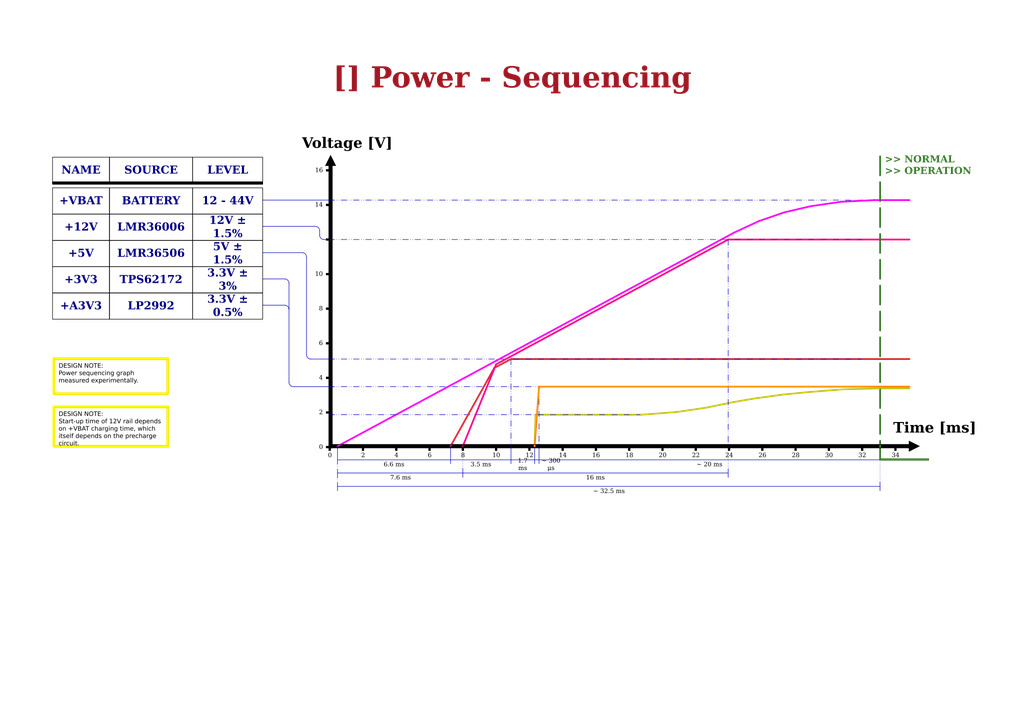
<source format=kicad_sch>
(kicad_sch
	(version 20231120)
	(generator "eeschema")
	(generator_version "8.0")
	(uuid "26e99a33-043b-499d-a26e-816ff79b487a")
	(paper "A4")
	(title_block
		(title "Power - Sequencing")
		(date "2024-03-12")
		(rev "${REVISION}")
		(company "${COMPANY}")
	)
	(lib_symbols)
	(polyline
		(pts
			(xy 155.067 129.413) (xy 156.337 112.141)
		)
		(stroke
			(width 0.5)
			(type default)
			(color 252 134 0 1)
		)
		(uuid "04060073-e3f7-4746-a0ff-3e5a4d411deb")
	)
	(polyline
		(pts
			(xy 134.239 130.048) (xy 134.239 135.9154)
		)
		(stroke
			(width 0)
			(type dot)
		)
		(uuid "046cc92e-5593-4a98-a7fa-f4bb7914ed0d")
	)
	(polyline
		(pts
			(xy 97.9424 133.3754) (xy 130.683 133.3754)
		)
		(stroke
			(width 0)
			(type default)
		)
		(uuid "04dcb800-6295-4fe9-a90b-0487be7268f9")
	)
	(polyline
		(pts
			(xy 97.8916 134.5946) (xy 97.8916 135.8646)
		)
		(stroke
			(width 0)
			(type dot)
		)
		(uuid "064a21e4-52a8-4681-8aa8-5954e753f93b")
	)
	(polyline
		(pts
			(xy 156.337 112.141) (xy 263.779 112.141)
		)
		(stroke
			(width 0.5)
			(type default)
			(color 252 134 0 1)
		)
		(uuid "0cbd4671-7c23-4c0d-a5d5-a92bdb9a4d49")
	)
	(polyline
		(pts
			(xy 95.377 120.269) (xy 185.674 120.269)
		)
		(stroke
			(width 0)
			(type dash_dot_dot)
		)
		(uuid "15d7f7a6-f4cb-4960-8d35-e1c8fc617471")
	)
	(polyline
		(pts
			(xy 148.209 129.413) (xy 148.209 134.493)
		)
		(stroke
			(width 0)
			(type default)
		)
		(uuid "16b1635d-d94b-404c-9ba2-39136e8869cb")
	)
	(polyline
		(pts
			(xy 92.71 66.929) (xy 92.71 68.199)
		)
		(stroke
			(width 0)
			(type default)
		)
		(uuid "18958601-6dec-4ba5-a1a5-a7514534cbda")
	)
	(polyline
		(pts
			(xy 148.209 104.14) (xy 263.779 104.14)
		)
		(stroke
			(width 0.5)
			(type default)
			(color 218 36 44 1)
		)
		(uuid "1bc3e0b2-f1bd-4c65-9de9-401f09dad51c")
	)
	(polyline
		(pts
			(xy 220.091 64.135) (xy 227.457 61.595)
		)
		(stroke
			(width 0.5)
			(type default)
			(color 255 0 255 1)
		)
		(uuid "1cd97e7c-801d-419a-a510-43b5a762b207")
	)
	(polyline
		(pts
			(xy 82.55 88.519) (xy 76.2 88.519)
		)
		(stroke
			(width 0)
			(type default)
		)
		(uuid "1ed88917-e6ee-4df6-9216-8c2e0da78129")
	)
	(polyline
		(pts
			(xy 95.377 112.141) (xy 249.809 112.141)
		)
		(stroke
			(width 0)
			(type dash_dot_dot)
		)
		(uuid "1ff6572d-143c-4238-8f25-067e720bbbbf")
	)
	(polyline
		(pts
			(xy 93.98 69.469) (xy 95.377 69.469)
		)
		(stroke
			(width 0)
			(type default)
		)
		(uuid "29e09398-a3a9-4f57-bfdd-38d07564c58a")
	)
	(polyline
		(pts
			(xy 95.885 112.141) (xy 85.09 112.141)
		)
		(stroke
			(width 0)
			(type default)
		)
		(uuid "32a96fb3-77e5-46f5-a25a-4e98102aa427")
	)
	(polyline
		(pts
			(xy 255.143 112.649) (xy 263.779 112.649)
		)
		(stroke
			(width 0.5)
			(type default)
			(color 197 195 20 1)
		)
		(uuid "3a3d00c3-56ec-4d8a-a7d9-0397fa3a3e45")
	)
	(polyline
		(pts
			(xy 143.891 105.664) (xy 211.201 69.469)
		)
		(stroke
			(width 0.5)
			(type solid)
			(color 255 0 133 1)
		)
		(uuid "3d857eb2-5f91-48c0-9112-8afff14dfc65")
	)
	(polyline
		(pts
			(xy 204.851 118.237) (xy 212.217 116.713)
		)
		(stroke
			(width 0.5)
			(type default)
			(color 197 195 20 1)
		)
		(uuid "402e934a-8d83-49e6-8a3f-99b8ca899696")
	)
	(polyline
		(pts
			(xy 196.215 119.507) (xy 204.851 118.237)
		)
		(stroke
			(width 0.5)
			(type default)
			(color 197 195 20 1)
		)
		(uuid "4280c61a-45c8-4a7b-8270-a5d60633d130")
	)
	(polyline
		(pts
			(xy 95.377 58.039) (xy 76.2 58.039)
		)
		(stroke
			(width 0)
			(type default)
		)
		(uuid "4388f8f9-e0d2-46b2-97ec-882929091d71")
	)
	(polyline
		(pts
			(xy 211.201 69.469) (xy 263.779 69.469)
		)
		(stroke
			(width 0.5)
			(type solid)
			(color 255 0 133 1)
		)
		(uuid "44eaf96d-5e45-4a70-a3bf-1dd8afa456ac")
	)
	(polyline
		(pts
			(xy 134.239 129.413) (xy 143.891 105.664)
		)
		(stroke
			(width 0.5)
			(type solid)
			(color 255 0 133 1)
		)
		(uuid "4eef8a3c-2175-45b3-ab23-de0f873ffbfe")
	)
	(polyline
		(pts
			(xy 97.917 137.1854) (xy 134.239 137.1854)
		)
		(stroke
			(width 0)
			(type default)
		)
		(uuid "4f57c6b4-b978-45ec-9844-c8ad9e61aa5d")
	)
	(polyline
		(pts
			(xy 97.8916 135.9916) (xy 97.8916 138.5316)
		)
		(stroke
			(width 0)
			(type default)
		)
		(uuid "55a4f36a-a576-4c2f-b3c7-44cf763ad263")
	)
	(polyline
		(pts
			(xy 130.683 129.413) (xy 130.683 134.493)
		)
		(stroke
			(width 0)
			(type default)
		)
		(uuid "59f6b2a0-7e51-4de0-b4fd-7157bff9feb1")
	)
	(polyline
		(pts
			(xy 156.337 112.141) (xy 156.337 129.54)
		)
		(stroke
			(width 0)
			(type dash_dot_dot)
		)
		(uuid "64127ee9-5aac-46d5-8312-47d575f0bc14")
	)
	(polyline
		(pts
			(xy 134.239 137.1854) (xy 211.201 137.1854)
		)
		(stroke
			(width 0)
			(type default)
		)
		(uuid "64e18181-ba56-425e-a951-a39d036b182e")
	)
	(polyline
		(pts
			(xy 88.9 74.549) (xy 88.9 102.87)
		)
		(stroke
			(width 0)
			(type default)
		)
		(uuid "6950ddd5-2163-4e4d-a69b-1648827f1d4e")
	)
	(polyline
		(pts
			(xy 227.203 114.427) (xy 235.077 113.665)
		)
		(stroke
			(width 0.5)
			(type default)
			(color 197 195 20 1)
		)
		(uuid "6f701289-21a0-4afa-8a26-75437883b9cb")
	)
	(polyline
		(pts
			(xy 95.25 104.14) (xy 90.17 104.14)
		)
		(stroke
			(width 0)
			(type default)
		)
		(uuid "732b4e53-2cc0-4ac9-9dac-c9cc59cee60a")
	)
	(polyline
		(pts
			(xy 97.917 129.413) (xy 212.979 67.437)
		)
		(stroke
			(width 0.5)
			(type default)
			(color 255 0 255 1)
		)
		(uuid "75c0d4eb-680e-4236-8404-80039f2fb5c4")
	)
	(polyline
		(pts
			(xy 148.209 133.3754) (xy 156.337 133.3754)
		)
		(stroke
			(width 0)
			(type default)
		)
		(uuid "7a09a949-b4b2-4f5c-8ed7-541bb7ec8242")
	)
	(polyline
		(pts
			(xy 253.619 58.039) (xy 263.779 58.039)
		)
		(stroke
			(width 0.5)
			(type default)
			(color 255 0 255 1)
		)
		(uuid "7c9da14b-e301-4a66-ab5f-3de8a268a500")
	)
	(polyline
		(pts
			(xy 243.713 58.547) (xy 253.619 58.039)
		)
		(stroke
			(width 0.5)
			(type default)
			(color 255 0 255 1)
		)
		(uuid "7e4a6444-ec8a-42d3-b128-92a227d1bbb1")
	)
	(polyline
		(pts
			(xy 255.2446 139.8016) (xy 255.2446 142.3416)
		)
		(stroke
			(width 0)
			(type default)
		)
		(uuid "824156ed-8aad-4a35-b28e-d323269989cb")
	)
	(polyline
		(pts
			(xy 148.209 104.14) (xy 148.209 129.413)
		)
		(stroke
			(width 0)
			(type dash_dot_dot)
		)
		(uuid "83b6a3d6-ec25-4a6c-9af7-165178736be2")
	)
	(polyline
		(pts
			(xy 155.067 129.413) (xy 155.321 120.269)
		)
		(stroke
			(width 0.5)
			(type default)
			(color 197 195 20 1)
		)
		(uuid "8c9b1f94-ee83-40e1-ac4c-d0d3d4c40fd4")
	)
	(polyline
		(pts
			(xy 130.7338 133.3754) (xy 148.2598 133.3754)
		)
		(stroke
			(width 0)
			(type default)
		)
		(uuid "8e1b23d4-66f6-4ba2-87da-0e97cd9d658e")
	)
	(polyline
		(pts
			(xy 218.821 115.57) (xy 227.203 114.427)
		)
		(stroke
			(width 0.5)
			(type default)
			(color 197 195 20 1)
		)
		(uuid "9118ad58-9912-450d-b082-4e11db19b414")
	)
	(polyline
		(pts
			(xy 97.8916 129.3876) (xy 97.8916 134.5946)
		)
		(stroke
			(width 0)
			(type default)
		)
		(uuid "98a27ce4-9530-490a-9598-1b7219c1978c")
	)
	(polyline
		(pts
			(xy 186.309 120.269) (xy 196.215 119.507)
		)
		(stroke
			(width 0.5)
			(type default)
			(color 197 195 20 1)
		)
		(uuid "9a4cede9-4ef9-487c-96d7-44db94e0cc0a")
	)
	(polyline
		(pts
			(xy 83.82 82.169) (xy 83.82 110.871)
		)
		(stroke
			(width 0)
			(type default)
		)
		(uuid "9b393a09-50e4-494d-8031-bbbbaced5b06")
	)
	(polyline
		(pts
			(xy 227.457 61.595) (xy 235.077 59.817)
		)
		(stroke
			(width 0.5)
			(type default)
			(color 255 0 255 1)
		)
		(uuid "9e59442d-6890-4c04-af21-553df02642af")
	)
	(polyline
		(pts
			(xy 97.8916 138.5316) (xy 97.8916 139.8016)
		)
		(stroke
			(width 0)
			(type dot)
		)
		(uuid "a158a145-3fd3-45df-929d-eb5cc24ceb4a")
	)
	(polyline
		(pts
			(xy 95.377 58.039) (xy 261.239 58.039)
		)
		(stroke
			(width 0)
			(type dash_dot_dot)
		)
		(uuid "a298d0fc-a47f-419c-87b7-da6d9dffef47")
	)
	(polyline
		(pts
			(xy 155.321 120.269) (xy 186.309 120.269)
		)
		(stroke
			(width 0.5)
			(type default)
			(color 197 195 20 1)
		)
		(uuid "a560ffaa-9a21-4d44-a176-8e4e8fbec7b0")
	)
	(polyline
		(pts
			(xy 95.377 69.469) (xy 249.936 69.469)
		)
		(stroke
			(width 0)
			(type dash_dot_dot)
		)
		(uuid "b69a9f75-60f8-47b6-946e-464b81244be4")
	)
	(polyline
		(pts
			(xy 130.683 129.413) (xy 143.383 106.68)
		)
		(stroke
			(width 0.5)
			(type default)
			(color 218 36 44 1)
		)
		(uuid "b8177396-61fe-43b2-87eb-3c188308fb8c")
	)
	(polyline
		(pts
			(xy 211.201 69.469) (xy 211.201 129.413)
		)
		(stroke
			(width 0)
			(type dash_dot_dot)
		)
		(uuid "ba0e0e57-e2a2-4d76-95e5-f65f4748c5a4")
	)
	(polyline
		(pts
			(xy 97.8916 139.827) (xy 97.8916 142.3416)
		)
		(stroke
			(width 0)
			(type default)
		)
		(uuid "ba4853f8-e420-47ab-8250-bc2cf5d6f59d")
	)
	(polyline
		(pts
			(xy 255.2446 139.8016) (xy 255.2446 133.3246)
		)
		(stroke
			(width 0)
			(type dot)
		)
		(uuid "c1b58298-e82e-4386-ad61-b5cf2bf16fb6")
	)
	(polyline
		(pts
			(xy 91.44 65.659) (xy 76.2 65.659)
		)
		(stroke
			(width 0)
			(type default)
		)
		(uuid "c1d4c6d9-7f4b-40de-83c9-e555724cad71")
	)
	(polyline
		(pts
			(xy 95.377 104.14) (xy 249.809 104.14)
		)
		(stroke
			(width 0)
			(type dash_dot_dot)
		)
		(uuid "c28926c4-6444-4efc-8a98-12a4ac9eb80f")
	)
	(polyline
		(pts
			(xy 156.337 133.3754) (xy 255.2954 133.3754)
		)
		(stroke
			(width 0)
			(type default)
		)
		(uuid "c35beeb1-614a-40f2-a0d5-8295a3825a11")
	)
	(polyline
		(pts
			(xy 211.201 129.413) (xy 211.201 135.509)
		)
		(stroke
			(width 0)
			(type dot)
		)
		(uuid "c6f3a941-76c0-4c68-88f8-94b215297e35")
	)
	(polyline
		(pts
			(xy 211.201 135.9154) (xy 211.201 138.4554)
		)
		(stroke
			(width 0)
			(type default)
		)
		(uuid "cd5ffc00-2ce1-4a7c-b3d2-2cde3fe51dee")
	)
	(polyline
		(pts
			(xy 155.067 129.54) (xy 155.067 134.493)
		)
		(stroke
			(width 0)
			(type default)
		)
		(uuid "ceb42873-f2d5-4dc0-afb9-0aef6086d594")
	)
	(polyline
		(pts
			(xy 156.337 129.54) (xy 156.337 134.493)
		)
		(stroke
			(width 0)
			(type default)
		)
		(uuid "d0925e5d-b937-4361-8ff4-650f1e460ebf")
	)
	(polyline
		(pts
			(xy 76.2 73.279) (xy 87.63 73.279)
		)
		(stroke
			(width 0)
			(type default)
		)
		(uuid "d4b32b04-e775-48e2-b45c-391aca49d61d")
	)
	(polyline
		(pts
			(xy 97.8916 141.0716) (xy 255.2446 141.0716)
		)
		(stroke
			(width 0)
			(type default)
		)
		(uuid "df4d400e-cd57-40c5-80b7-955eec167790")
	)
	(polyline
		(pts
			(xy 255.27 133.35) (xy 255.27 45.339)
		)
		(stroke
			(width 0.5)
			(type dash)
			(color 53 123 38 1)
		)
		(uuid "e0585ef4-3cb5-4ca4-9291-ea6d4631b9df")
	)
	(polyline
		(pts
			(xy 244.729 112.903) (xy 255.143 112.649)
		)
		(stroke
			(width 0.5)
			(type default)
			(color 197 195 20 1)
		)
		(uuid "e3a6d83c-7fe1-4f59-b346-209f9b534df9")
	)
	(polyline
		(pts
			(xy 235.077 113.665) (xy 244.729 112.903)
		)
		(stroke
			(width 0.5)
			(type default)
			(color 197 195 20 1)
		)
		(uuid "e54b7c30-2392-4e52-9ba8-aa0aae3cb26e")
	)
	(polyline
		(pts
			(xy 134.239 135.9154) (xy 134.239 138.4554)
		)
		(stroke
			(width 0)
			(type default)
		)
		(uuid "e74fdd31-8d22-4f61-9d4e-3f6cfd0430c8")
	)
	(polyline
		(pts
			(xy 212.217 116.713) (xy 218.821 115.57)
		)
		(stroke
			(width 0.5)
			(type default)
			(color 197 195 20 1)
		)
		(uuid "e862e0b6-7246-4b91-b58e-fd92c4ba890f")
	)
	(polyline
		(pts
			(xy 143.383 106.68) (xy 148.209 104.14)
		)
		(stroke
			(width 0.5)
			(type default)
			(color 218 36 44 1)
		)
		(uuid "ea13e551-8e4a-4dcc-ba0b-5407e144a22d")
	)
	(polyline
		(pts
			(xy 212.979 67.437) (xy 220.091 64.135)
		)
		(stroke
			(width 0.5)
			(type default)
			(color 255 0 255 1)
		)
		(uuid "ebd69697-1f1b-4c95-905c-1c7c8409afbc")
	)
	(polyline
		(pts
			(xy 235.077 59.817) (xy 243.713 58.547)
		)
		(stroke
			(width 0.5)
			(type default)
			(color 255 0 255 1)
		)
		(uuid "f1ebfb76-e142-488c-88cf-b31fb01b5d8f")
	)
	(polyline
		(pts
			(xy 82.55 80.899) (xy 76.2 80.899)
		)
		(stroke
			(width 0)
			(type default)
		)
		(uuid "f90643b4-a30a-42fa-903d-6b9324bb08a3")
	)
	(rectangle
		(start 94.615 119.38)
		(end 96.139 119.888)
		(stroke
			(width 0)
			(type default)
			(color 0 0 0 1)
		)
		(fill
			(type color)
			(color 0 0 0 1)
		)
		(uuid 01c9fd1d-d2cd-474e-a2f2-7336d2eb5438)
	)
	(rectangle
		(start 114.681 129.159)
		(end 115.189 130.683)
		(stroke
			(width 0)
			(type default)
			(color 0 0 0 1)
		)
		(fill
			(type color)
			(color 0 0 0 1)
		)
		(uuid 085660ca-3a67-46bf-85b0-bb74abf891e3)
	)
	(rectangle
		(start 191.897 129.159)
		(end 192.405 130.683)
		(stroke
			(width 0)
			(type default)
			(color 0 0 0 1)
		)
		(fill
			(type color)
			(color 0 0 0 1)
		)
		(uuid 09774e91-f9d0-4db9-9e0f-815490f4898d)
	)
	(arc
		(start 82.55 80.897)
		(mid 83.4487 81.2689)
		(end 83.82 82.167)
		(stroke
			(width 0)
			(type default)
		)
		(fill
			(type none)
		)
		(uuid 0c0f9f41-f41f-4d24-90e5-831fa1470dea)
	)
	(rectangle
		(start 249.809 129.159)
		(end 250.317 130.683)
		(stroke
			(width 0)
			(type default)
			(color 0 0 0 1)
		)
		(fill
			(type color)
			(color 0 0 0 1)
		)
		(uuid 1c1e908e-05f8-44d9-8561-32d60503f5fa)
	)
	(rectangle
		(start 220.853 129.159)
		(end 221.361 130.683)
		(stroke
			(width 0)
			(type default)
			(color 0 0 0 1)
		)
		(fill
			(type color)
			(color 0 0 0 1)
		)
		(uuid 205e879f-c514-4b78-8bf1-d45ed4980894)
	)
	(rectangle
		(start 94.615 79.248)
		(end 96.139 79.756)
		(stroke
			(width 0)
			(type default)
			(color 0 0 0 1)
		)
		(fill
			(type color)
			(color 0 0 0 1)
		)
		(uuid 23111c0a-8311-4e0b-b6b5-bb05b9cd3eab)
	)
	(rectangle
		(start 201.549 129.159)
		(end 202.057 130.683)
		(stroke
			(width 0)
			(type default)
			(color 0 0 0 1)
		)
		(fill
			(type color)
			(color 0 0 0 1)
		)
		(uuid 3b7d974c-37a0-442f-9733-47c591f05f53)
	)
	(arc
		(start 91.44 65.659)
		(mid 92.338 66.031)
		(end 92.71 66.929)
		(stroke
			(width 0)
			(type default)
		)
		(fill
			(type none)
		)
		(uuid 3c5d6acd-d97b-4c05-80b5-9742f3e3b5f0)
	)
	(rectangle
		(start 95.377 129.159)
		(end 95.885 130.683)
		(stroke
			(width 0)
			(type default)
			(color 0 0 0 1)
		)
		(fill
			(type color)
			(color 0 0 0 1)
		)
		(uuid 3dd077b4-ca8f-47c2-bee1-2e3802083be7)
	)
	(rectangle
		(start 133.985 129.159)
		(end 134.493 130.683)
		(stroke
			(width 0)
			(type default)
			(color 0 0 0 1)
		)
		(fill
			(type color)
			(color 0 0 0 1)
		)
		(uuid 3e62ef00-0c8e-41fa-b2f3-08de867fa54f)
	)
	(rectangle
		(start 94.615 69.215)
		(end 96.139 69.723)
		(stroke
			(width 0)
			(type default)
			(color 0 0 0 1)
		)
		(fill
			(type color)
			(color 0 0 0 1)
		)
		(uuid 421293c6-3cf3-494b-b1c5-7fc458134e79)
	)
	(rectangle
		(start 15.24 52.705)
		(end 76.2 53.467)
		(stroke
			(width 0)
			(type default)
			(color 0 0 0 1)
		)
		(fill
			(type color)
			(color 0 0 0 1)
		)
		(uuid 42271fe1-5842-414e-a310-4925dcee0008)
	)
	(rectangle
		(start 94.615 89.281)
		(end 96.139 89.789)
		(stroke
			(width 0)
			(type default)
			(color 0 0 0 1)
		)
		(fill
			(type color)
			(color 0 0 0 1)
		)
		(uuid 469c46ff-b6e8-4790-b52f-1ed9a2bdd1f8)
	)
	(rectangle
		(start 162.941 129.159)
		(end 163.449 130.683)
		(stroke
			(width 0)
			(type default)
			(color 0 0 0 1)
		)
		(fill
			(type color)
			(color 0 0 0 1)
		)
		(uuid 56c4474d-0301-4408-974f-0518f1baa953)
	)
	(rectangle
		(start 143.637 129.159)
		(end 144.145 130.683)
		(stroke
			(width 0)
			(type default)
			(color 0 0 0 1)
		)
		(fill
			(type color)
			(color 0 0 0 1)
		)
		(uuid 5eee5b1a-6c26-4234-8466-170b3f779aa3)
	)
	(rectangle
		(start 95.377 128.905)
		(end 263.779 129.921)
		(stroke
			(width 0)
			(type default)
			(color 0 0 0 1)
		)
		(fill
			(type color)
			(color 0 0 0 1)
		)
		(uuid 6d8a1105-6737-4a0b-9f5f-040b945eed17)
	)
	(arc
		(start 90.17 104.141)
		(mid 89.2716 103.7691)
		(end 88.9 102.871)
		(stroke
			(width 0)
			(type default)
		)
		(fill
			(type none)
		)
		(uuid 7b2230f0-ce99-43e9-84a4-a791101d7b85)
	)
	(rectangle
		(start 94.615 99.314)
		(end 96.139 99.822)
		(stroke
			(width 0)
			(type default)
			(color 0 0 0 1)
		)
		(fill
			(type color)
			(color 0 0 0 1)
		)
		(uuid 7f8be5cb-90a9-46c5-97db-3d1d78b2f341)
	)
	(rectangle
		(start 94.615 109.347)
		(end 96.139 109.855)
		(stroke
			(width 0)
			(type default)
			(color 0 0 0 1)
		)
		(fill
			(type color)
			(color 0 0 0 1)
		)
		(uuid 7fdcc2de-fa58-4066-9ff8-f7d6046e1167)
	)
	(rectangle
		(start 259.461 129.159)
		(end 259.969 130.683)
		(stroke
			(width 0)
			(type default)
			(color 0 0 0 1)
		)
		(fill
			(type color)
			(color 0 0 0 1)
		)
		(uuid 842b39c1-4ee6-4238-8b46-e785731d06f1)
	)
	(rectangle
		(start 105.029 129.159)
		(end 105.537 130.683)
		(stroke
			(width 0)
			(type default)
			(color 0 0 0 1)
		)
		(fill
			(type color)
			(color 0 0 0 1)
		)
		(uuid 960a89ab-5167-4e3c-95c8-b3e891644096)
	)
	(rectangle
		(start 240.157 129.159)
		(end 240.665 130.683)
		(stroke
			(width 0)
			(type default)
			(color 0 0 0 1)
		)
		(fill
			(type color)
			(color 0 0 0 1)
		)
		(uuid 96e56ef9-debd-4418-8330-7dca10cdbbe7)
	)
	(rectangle
		(start 95.377 47.371)
		(end 96.393 129.921)
		(stroke
			(width 0)
			(type default)
			(color 0 0 0 1)
		)
		(fill
			(type color)
			(color 0 0 0 1)
		)
		(uuid 996b6b38-3a4b-457c-8281-2dd4304c7e91)
	)
	(arc
		(start 82.55 88.516)
		(mid 83.4491 88.8878)
		(end 83.82 89.786)
		(stroke
			(width 0)
			(type default)
		)
		(fill
			(type none)
		)
		(uuid 9ad9af7d-f870-4f4d-b863-a3cb88d12708)
	)
	(rectangle
		(start 211.201 129.159)
		(end 211.709 130.683)
		(stroke
			(width 0)
			(type default)
			(color 0 0 0 1)
		)
		(fill
			(type color)
			(color 0 0 0 1)
		)
		(uuid 9bd636ad-96b2-4037-90f6-ad48772c0413)
	)
	(rectangle
		(start 230.505 129.159)
		(end 231.013 130.683)
		(stroke
			(width 0)
			(type default)
			(color 0 0 0 1)
		)
		(fill
			(type color)
			(color 0 0 0 1)
		)
		(uuid ab3483ad-9beb-416f-a41c-b3b1b7dc1850)
	)
	(rectangle
		(start 94.615 49.149)
		(end 96.139 49.657)
		(stroke
			(width 0)
			(type default)
			(color 0 0 0 1)
		)
		(fill
			(type color)
			(color 0 0 0 1)
		)
		(uuid b0c9fcec-fe45-4575-885f-193ce09a72d8)
	)
	(rectangle
		(start 172.593 129.159)
		(end 173.101 130.683)
		(stroke
			(width 0)
			(type default)
			(color 0 0 0 1)
		)
		(fill
			(type color)
			(color 0 0 0 1)
		)
		(uuid bacf2a60-ebce-4900-a491-53d1d841d529)
	)
	(rectangle
		(start 124.333 129.159)
		(end 124.841 130.683)
		(stroke
			(width 0)
			(type default)
			(color 0 0 0 1)
		)
		(fill
			(type color)
			(color 0 0 0 1)
		)
		(uuid c0e4d47a-808d-44d6-ac4a-0f050619e78d)
	)
	(arc
		(start 93.98 69.47)
		(mid 93.0816 69.0981)
		(end 92.71 68.2)
		(stroke
			(width 0)
			(type default)
		)
		(fill
			(type none)
		)
		(uuid c23b0f3d-e1fb-4eb1-9484-38fb02d60c76)
	)
	(rectangle
		(start 255.27 133.0198)
		(end 269.367 133.5278)
		(stroke
			(width 0)
			(type default)
			(color 53 123 38 1)
		)
		(fill
			(type color)
			(color 53 123 38 1)
		)
		(uuid cd333f61-3a84-425e-9405-6c9441d11e74)
	)
	(arc
		(start 87.63 73.278)
		(mid 88.5284 73.6499)
		(end 88.9 74.548)
		(stroke
			(width 0)
			(type default)
		)
		(fill
			(type none)
		)
		(uuid d7c738e5-3058-4b9a-a958-4d502446d8e3)
	)
	(rectangle
		(start 94.615 59.182)
		(end 96.139 59.69)
		(stroke
			(width 0)
			(type default)
			(color 0 0 0 1)
		)
		(fill
			(type color)
			(color 0 0 0 1)
		)
		(uuid d880b30a-ae22-4b99-94cc-3cc9c533e8e9)
	)
	(rectangle
		(start 182.245 129.159)
		(end 182.753 130.683)
		(stroke
			(width 0)
			(type default)
			(color 0 0 0 1)
		)
		(fill
			(type color)
			(color 0 0 0 1)
		)
		(uuid f32b3655-beae-4c32-8ac8-4acf2e080e86)
	)
	(rectangle
		(start 153.289 129.159)
		(end 153.797 130.683)
		(stroke
			(width 0)
			(type default)
			(color 0 0 0 1)
		)
		(fill
			(type color)
			(color 0 0 0 1)
		)
		(uuid f8dd6608-6fed-4399-a2fa-9a4460646543)
	)
	(arc
		(start 85.09 112.144)
		(mid 84.1909 111.7722)
		(end 83.82 110.874)
		(stroke
			(width 0)
			(type default)
		)
		(fill
			(type none)
		)
		(uuid fa9c855a-c6c8-4a57-823f-c3bb6c2a3ab3)
	)
	(rectangle
		(start 94.615 129.413)
		(end 96.139 129.921)
		(stroke
			(width 0)
			(type default)
			(color 0 0 0 1)
		)
		(fill
			(type color)
			(color 0 0 0 1)
		)
		(uuid fbce5f74-e6dc-4caf-95b1-d2e389cbff45)
	)
	(text_box "3.5 ms"
		(exclude_from_sim no)
		(at 130.6576 133.4516 0)
		(size 17.653 2.54)
		(stroke
			(width -0.0001)
			(type default)
		)
		(fill
			(type none)
		)
		(effects
			(font
				(face "Times New Roman")
				(size 1.27 1.27)
				(color 0 0 0 1)
			)
		)
		(uuid "057279ac-9604-4990-8e26-7bec51ceaf06")
	)
	(text_box "18"
		(exclude_from_sim no)
		(at 180.8226 130.7846 0)
		(size 3.429 2.54)
		(stroke
			(width -0.0001)
			(type default)
		)
		(fill
			(type none)
		)
		(effects
			(font
				(face "Times New Roman")
				(size 1.27 1.27)
				(color 0 0 0 1)
			)
		)
		(uuid "08241509-e60b-45e1-b1ab-84f794ba668b")
	)
	(text_box "24"
		(exclude_from_sim no)
		(at 209.7786 130.7846 0)
		(size 3.429 2.54)
		(stroke
			(width -0.0001)
			(type default)
		)
		(fill
			(type none)
		)
		(effects
			(font
				(face "Times New Roman")
				(size 1.27 1.27)
				(color 0 0 0 1)
			)
		)
		(uuid "09ad8a29-0526-43a2-bbd5-b6f200d8097b")
	)
	(text_box "8"
		(exclude_from_sim no)
		(at 132.5626 130.7846 0)
		(size 3.429 2.54)
		(stroke
			(width -0.0001)
			(type default)
		)
		(fill
			(type none)
		)
		(effects
			(font
				(face "Times New Roman")
				(size 1.27 1.27)
				(color 0 0 0 1)
			)
		)
		(uuid "0de4d20a-cc42-420d-81c0-b6c33e089acb")
	)
	(text_box "7.6 ms"
		(exclude_from_sim no)
		(at 98.0186 137.2616 0)
		(size 36.322 2.54)
		(stroke
			(width -0.0001)
			(type default)
		)
		(fill
			(type none)
		)
		(effects
			(font
				(face "Times New Roman")
				(size 1.27 1.27)
				(color 0 0 0 1)
			)
		)
		(uuid "1013f434-6a63-4228-8d39-5e75ca888b6f")
	)
	(text_box "3.3V ± 0.5%"
		(exclude_from_sim no)
		(at 55.88 84.963 0)
		(size 20.32 7.62)
		(stroke
			(width 0)
			(type default)
			(color 0 0 0 1)
		)
		(fill
			(type none)
		)
		(effects
			(font
				(face "Times New Roman")
				(size 2.286 2.286)
				(bold yes)
				(color 0 0 127 1)
			)
		)
		(uuid "168bea25-5ecd-4637-ad4e-9c2d6a44d991")
	)
	(text_box "16"
		(exclude_from_sim no)
		(at 87.757 48.133 0)
		(size 6.858 2.54)
		(stroke
			(width -0.0001)
			(type default)
		)
		(fill
			(type none)
		)
		(effects
			(font
				(face "Times New Roman")
				(size 1.27 1.27)
				(color 0 0 0 1)
			)
			(justify right)
		)
		(uuid "1acc95ba-1aa1-4082-b81d-95c58a7a5af8")
	)
	(text_box "28"
		(exclude_from_sim no)
		(at 229.0826 130.7846 0)
		(size 3.429 2.54)
		(stroke
			(width -0.0001)
			(type default)
		)
		(fill
			(type none)
		)
		(effects
			(font
				(face "Times New Roman")
				(size 1.27 1.27)
				(color 0 0 0 1)
			)
		)
		(uuid "1b5838a0-a4ae-4fb3-ae92-0f87f906c2fd")
	)
	(text_box "~ 300 μs"
		(exclude_from_sim no)
		(at 154.9146 133.4516 0)
		(size 9.779 2.54)
		(stroke
			(width -0.0001)
			(type default)
		)
		(fill
			(type none)
		)
		(effects
			(font
				(face "Times New Roman")
				(size 1.27 1.27)
				(color 0 0 0 1)
			)
		)
		(uuid "20bbe4a3-b3be-4f55-b2bf-0186c6f41602")
	)
	(text_box "10"
		(exclude_from_sim no)
		(at 142.2146 130.7846 0)
		(size 3.429 2.54)
		(stroke
			(width -0.0001)
			(type default)
		)
		(fill
			(type none)
		)
		(effects
			(font
				(face "Times New Roman")
				(size 1.27 1.27)
				(color 0 0 0 1)
			)
		)
		(uuid "233b215e-473b-40c1-8a9f-d71a58a647c1")
	)
	(text_box "1.7 ms"
		(exclude_from_sim no)
		(at 148.1836 133.4516 0)
		(size 6.858 2.54)
		(stroke
			(width -0.0001)
			(type default)
		)
		(fill
			(type none)
		)
		(effects
			(font
				(face "Times New Roman")
				(size 1.27 1.27)
				(color 0 0 0 1)
			)
		)
		(uuid "26c95559-cfb5-4481-9360-985eb89e9388")
	)
	(text_box "16 ms"
		(exclude_from_sim no)
		(at 134.2136 137.2616 0)
		(size 76.962 2.54)
		(stroke
			(width -0.0001)
			(type default)
		)
		(fill
			(type none)
		)
		(effects
			(font
				(face "Times New Roman")
				(size 1.27 1.27)
				(color 0 0 0 1)
			)
		)
		(uuid "288b5377-4e86-405e-bd20-a9e364c04dba")
	)
	(text_box "+12V"
		(exclude_from_sim no)
		(at 15.24 62.103 0)
		(size 16.51 7.62)
		(stroke
			(width 0)
			(type default)
			(color 0 0 0 1)
		)
		(fill
			(type none)
		)
		(effects
			(font
				(face "Times New Roman")
				(size 2.286 2.286)
				(bold yes)
				(color 0 0 127 1)
			)
		)
		(uuid "2d5ddbed-d046-46bd-afde-e8972921e7be")
	)
	(text_box "20"
		(exclude_from_sim no)
		(at 190.4746 130.7846 0)
		(size 3.429 2.54)
		(stroke
			(width -0.0001)
			(type default)
		)
		(fill
			(type none)
		)
		(effects
			(font
				(face "Times New Roman")
				(size 1.27 1.27)
				(color 0 0 0 1)
			)
		)
		(uuid "2e2baf2b-607e-438c-8d19-d89e05695d71")
	)
	(text_box "4"
		(exclude_from_sim no)
		(at 87.7316 108.3056 0)
		(size 6.858 2.54)
		(stroke
			(width -0.0001)
			(type default)
		)
		(fill
			(type none)
		)
		(effects
			(font
				(face "Times New Roman")
				(size 1.27 1.27)
				(color 0 0 0 1)
			)
			(justify right)
		)
		(uuid "3010b19b-c99d-4b77-bf14-7f71b9f36a3e")
	)
	(text_box "LP2992"
		(exclude_from_sim no)
		(at 31.75 84.963 0)
		(size 24.13 7.62)
		(stroke
			(width 0)
			(type default)
			(color 0 0 0 1)
		)
		(fill
			(type none)
		)
		(effects
			(font
				(face "Times New Roman")
				(size 2.286 2.286)
				(bold yes)
				(color 0 0 127 1)
			)
		)
		(uuid "34a00741-5aa3-425e-8d2f-36fe2780fcc3")
	)
	(text_box "LMR36006"
		(exclude_from_sim no)
		(at 31.75 62.103 0)
		(size 24.13 7.62)
		(stroke
			(width 0)
			(type default)
			(color 0 0 0 1)
		)
		(fill
			(type none)
		)
		(effects
			(font
				(face "Times New Roman")
				(size 2.286 2.286)
				(bold yes)
				(color 0 0 127 1)
			)
		)
		(uuid "362b01b6-9828-4b98-a400-4a3f9ece633a")
	)
	(text_box "32"
		(exclude_from_sim no)
		(at 248.3866 130.7846 0)
		(size 3.429 2.54)
		(stroke
			(width -0.0001)
			(type default)
		)
		(fill
			(type none)
		)
		(effects
			(font
				(face "Times New Roman")
				(size 1.27 1.27)
				(color 0 0 0 1)
			)
		)
		(uuid "3ab2035b-94f9-4133-b63d-2dbd7b4e6e49")
	)
	(text_box "LEVEL"
		(exclude_from_sim no)
		(at 55.88 45.593 0)
		(size 20.32 7.62)
		(stroke
			(width 0)
			(type default)
			(color 0 0 0 1)
		)
		(fill
			(type none)
		)
		(effects
			(font
				(face "Times New Roman")
				(size 2.286 2.286)
				(bold yes)
				(color 0 0 127 1)
			)
		)
		(uuid "3cd39124-5460-432f-a6e2-6e3d0cfdc884")
	)
	(text_box "NAME"
		(exclude_from_sim no)
		(at 15.24 45.593 0)
		(size 16.51 7.62)
		(stroke
			(width 0)
			(type default)
			(color 0 0 0 1)
		)
		(fill
			(type none)
		)
		(effects
			(font
				(face "Times New Roman")
				(size 2.286 2.286)
				(bold yes)
				(color 0 0 127 1)
			)
		)
		(uuid "45440644-b7a1-4eca-8e5e-a9c7c9e4e343")
	)
	(text_box "DESIGN NOTE:\nPower sequencing graph measured experimentally."
		(exclude_from_sim no)
		(at 15.6464 104.0384 0)
		(size 33.02 10.16)
		(stroke
			(width 0.8)
			(type solid)
			(color 250 236 0 1)
		)
		(fill
			(type none)
		)
		(effects
			(font
				(face "Arial")
				(size 1.27 1.27)
				(color 0 0 0 1)
			)
			(justify left top)
		)
		(uuid "4ac0baf9-aca1-4b83-b09b-72705a83d55a")
	)
	(text_box "6"
		(exclude_from_sim no)
		(at 122.9106 130.7846 0)
		(size 3.429 2.54)
		(stroke
			(width -0.0001)
			(type default)
		)
		(fill
			(type none)
		)
		(effects
			(font
				(face "Times New Roman")
				(size 1.27 1.27)
				(color 0 0 0 1)
			)
		)
		(uuid "52a74200-5717-4af9-b5e4-1d404429f3c6")
	)
	(text_box "+3V3"
		(exclude_from_sim no)
		(at 15.24 77.343 0)
		(size 16.51 7.62)
		(stroke
			(width 0)
			(type default)
			(color 0 0 0 1)
		)
		(fill
			(type none)
		)
		(effects
			(font
				(face "Times New Roman")
				(size 2.286 2.286)
				(bold yes)
				(color 0 0 127 1)
			)
		)
		(uuid "534d6816-56cd-46a1-b732-3f07b130a1e6")
	)
	(text_box "~ 20 ms"
		(exclude_from_sim no)
		(at 156.3116 133.4516 0)
		(size 98.933 2.54)
		(stroke
			(width -0.0001)
			(type default)
		)
		(fill
			(type none)
		)
		(effects
			(font
				(face "Times New Roman")
				(size 1.27 1.27)
				(color 0 0 0 1)
			)
		)
		(uuid "53d1cf93-77bb-4e07-8e05-b99e1e701b70")
	)
	(text_box "SOURCE"
		(exclude_from_sim no)
		(at 31.75 45.593 0)
		(size 24.13 7.62)
		(stroke
			(width 0)
			(type default)
			(color 0 0 0 1)
		)
		(fill
			(type none)
		)
		(effects
			(font
				(face "Times New Roman")
				(size 2.286 2.286)
				(bold yes)
				(color 0 0 127 1)
			)
		)
		(uuid "5615c045-76fe-436f-b1ee-f5af0d2c63c0")
	)
	(text_box "4"
		(exclude_from_sim no)
		(at 113.2586 130.7846 0)
		(size 3.429 2.54)
		(stroke
			(width -0.0001)
			(type default)
		)
		(fill
			(type none)
		)
		(effects
			(font
				(face "Times New Roman")
				(size 1.27 1.27)
				(color 0 0 0 1)
			)
		)
		(uuid "5caf4e82-2927-400a-acd0-821d25796651")
	)
	(text_box "8"
		(exclude_from_sim no)
		(at 87.7316 88.2396 0)
		(size 6.858 2.54)
		(stroke
			(width -0.0001)
			(type default)
		)
		(fill
			(type none)
		)
		(effects
			(font
				(face "Times New Roman")
				(size 1.27 1.27)
				(color 0 0 0 1)
			)
			(justify right)
		)
		(uuid "6505df1b-9fde-4bbe-a672-be1b9857afa1")
	)
	(text_box "26"
		(exclude_from_sim no)
		(at 219.4306 130.7846 0)
		(size 3.429 2.54)
		(stroke
			(width -0.0001)
			(type default)
		)
		(fill
			(type none)
		)
		(effects
			(font
				(face "Times New Roman")
				(size 1.27 1.27)
				(color 0 0 0 1)
			)
		)
		(uuid "66adcae9-49e5-4fb7-a5be-2d5aa2aa227e")
	)
	(text_box "2"
		(exclude_from_sim no)
		(at 103.6066 130.7846 0)
		(size 3.429 2.54)
		(stroke
			(width -0.0001)
			(type default)
		)
		(fill
			(type none)
		)
		(effects
			(font
				(face "Times New Roman")
				(size 1.27 1.27)
				(color 0 0 0 1)
			)
		)
		(uuid "67b43e82-5cc6-4c5f-857a-bae126f94920")
	)
	(text_box "▲"
		(exclude_from_sim no)
		(at 94.615 45.085 0)
		(size 2.54 2.54)
		(stroke
			(width -0.0001)
			(type default)
		)
		(fill
			(type none)
		)
		(effects
			(font
				(face "Times New Roman")
				(size 3 3)
				(color 0 0 0 1)
			)
		)
		(uuid "69d7b4c2-c118-4b95-bd3b-473104ff316a")
	)
	(text_box "+5V"
		(exclude_from_sim no)
		(at 15.24 69.723 0)
		(size 16.51 7.62)
		(stroke
			(width 0)
			(type default)
			(color 0 0 0 1)
		)
		(fill
			(type none)
		)
		(effects
			(font
				(face "Times New Roman")
				(size 2.286 2.286)
				(bold yes)
				(color 0 0 127 1)
			)
		)
		(uuid "7c5e60ac-aa6c-44e8-8493-c0a9e5ff3009")
	)
	(text_box "DESIGN NOTE:\nStart-up time of 12V rail depends on +VBAT charging time, which itself depends on the precharge circuit."
		(exclude_from_sim no)
		(at 15.6464 118.0084 0)
		(size 33.02 11.43)
		(stroke
			(width 0.8)
			(type solid)
			(color 250 236 0 1)
		)
		(fill
			(type none)
		)
		(effects
			(font
				(face "Arial")
				(size 1.27 1.27)
				(color 0 0 0 1)
			)
			(justify left top)
		)
		(uuid "7d8aa74f-1183-45a7-bbb1-1f6b8b6a6cdd")
	)
	(text_box "14"
		(exclude_from_sim no)
		(at 161.5186 130.7846 0)
		(size 3.429 2.54)
		(stroke
			(width -0.0001)
			(type default)
		)
		(fill
			(type none)
		)
		(effects
			(font
				(face "Times New Roman")
				(size 1.27 1.27)
				(color 0 0 0 1)
			)
		)
		(uuid "7df7bfab-9129-461d-bdb7-48b4c71332fd")
	)
	(text_box "14"
		(exclude_from_sim no)
		(at 87.7316 58.1406 0)
		(size 6.858 2.54)
		(stroke
			(width -0.0001)
			(type default)
		)
		(fill
			(type none)
		)
		(effects
			(font
				(face "Times New Roman")
				(size 1.27 1.27)
				(color 0 0 0 1)
			)
			(justify right)
		)
		(uuid "7e86fc43-dc59-4681-818f-cb7ab0a72f3e")
	)
	(text_box "22"
		(exclude_from_sim no)
		(at 200.1266 130.7846 0)
		(size 3.429 2.54)
		(stroke
			(width -0.0001)
			(type default)
		)
		(fill
			(type none)
		)
		(effects
			(font
				(face "Times New Roman")
				(size 1.27 1.27)
				(color 0 0 0 1)
			)
		)
		(uuid "7f3e65a9-aab7-4e42-9498-fca7b427e5fc")
	)
	(text_box "[${#}] ${TITLE}"
		(exclude_from_sim no)
		(at 80.01 16.51 0)
		(size 137.16 12.7)
		(stroke
			(width -0.0001)
			(type default)
		)
		(fill
			(type none)
		)
		(effects
			(font
				(face "Times New Roman")
				(size 6 6)
				(thickness 1.2)
				(bold yes)
				(color 162 22 34 1)
			)
		)
		(uuid "80f76b8d-52cb-49fe-9647-9cd8137cf5f3")
	)
	(text_box "TPS62172"
		(exclude_from_sim no)
		(at 31.75 77.343 0)
		(size 24.13 7.62)
		(stroke
			(width 0)
			(type default)
			(color 0 0 0 1)
		)
		(fill
			(type none)
		)
		(effects
			(font
				(face "Times New Roman")
				(size 2.286 2.286)
				(bold yes)
				(color 0 0 127 1)
			)
		)
		(uuid "8966b19a-d616-412b-9b47-a52574bb7ce5")
	)
	(text_box "2"
		(exclude_from_sim no)
		(at 87.7316 118.3386 0)
		(size 6.858 2.54)
		(stroke
			(width -0.0001)
			(type default)
		)
		(fill
			(type none)
		)
		(effects
			(font
				(face "Times New Roman")
				(size 1.27 1.27)
				(color 0 0 0 1)
			)
			(justify right)
		)
		(uuid "8a474ee7-94fa-4ccc-b38a-f2fbfc4e735c")
	)
	(text_box "34"
		(exclude_from_sim no)
		(at 258.0386 130.7846 0)
		(size 3.429 2.54)
		(stroke
			(width -0.0001)
			(type default)
		)
		(fill
			(type none)
		)
		(effects
			(font
				(face "Times New Roman")
				(size 1.27 1.27)
				(color 0 0 0 1)
			)
		)
		(uuid "8dcf82bc-98be-4b97-af1b-f866a586ff9f")
	)
	(text_box "12"
		(exclude_from_sim no)
		(at 151.8666 130.7846 0)
		(size 3.429 2.54)
		(stroke
			(width -0.0001)
			(type default)
		)
		(fill
			(type none)
		)
		(effects
			(font
				(face "Times New Roman")
				(size 1.27 1.27)
				(color 0 0 0 1)
			)
		)
		(uuid "9334e207-a5ef-405d-9255-7532e4d805ec")
	)
	(text_box "LMR36506"
		(exclude_from_sim no)
		(at 31.75 69.723 0)
		(size 24.13 7.62)
		(stroke
			(width 0)
			(type default)
			(color 0 0 0 1)
		)
		(fill
			(type none)
		)
		(effects
			(font
				(face "Times New Roman")
				(size 2.286 2.286)
				(bold yes)
				(color 0 0 127 1)
			)
		)
		(uuid "96162dac-db58-49af-bc56-c797681d3382")
	)
	(text_box "0"
		(exclude_from_sim no)
		(at 93.98 130.81 0)
		(size 3.429 2.54)
		(stroke
			(width -0.0001)
			(type default)
		)
		(fill
			(type none)
		)
		(effects
			(font
				(face "Times New Roman")
				(size 1.27 1.27)
				(color 0 0 0 1)
			)
		)
		(uuid "9dba9cf1-c429-45db-bb2a-868858aa5986")
	)
	(text_box "BATTERY"
		(exclude_from_sim no)
		(at 31.75 54.483 0)
		(size 24.13 7.62)
		(stroke
			(width 0)
			(type default)
			(color 0 0 0 1)
		)
		(fill
			(type none)
		)
		(effects
			(font
				(face "Times New Roman")
				(size 2.286 2.286)
				(bold yes)
				(color 0 0 127 1)
			)
		)
		(uuid "a5a86ae4-3ea7-4429-8374-6853dbf3865c")
	)
	(text_box "5V ± 1.5%"
		(exclude_from_sim no)
		(at 55.88 69.723 0)
		(size 20.32 7.62)
		(stroke
			(width 0)
			(type default)
			(color 0 0 0 1)
		)
		(fill
			(type none)
		)
		(effects
			(font
				(face "Times New Roman")
				(size 2.286 2.286)
				(bold yes)
				(color 0 0 127 1)
			)
		)
		(uuid "aaf3a0b7-a131-4476-bccc-dd7373144909")
	)
	(text_box "3.3V ± 3%"
		(exclude_from_sim no)
		(at 55.88 77.343 0)
		(size 20.32 7.62)
		(stroke
			(width 0)
			(type default)
			(color 0 0 0 1)
		)
		(fill
			(type none)
		)
		(effects
			(font
				(face "Times New Roman")
				(size 2.286 2.286)
				(bold yes)
				(color 0 0 127 1)
			)
		)
		(uuid "ad3a5f07-5d67-4bdd-85a5-3e529605405c")
	)
	(text_box "+A3V3"
		(exclude_from_sim no)
		(at 15.24 84.963 0)
		(size 16.51 7.62)
		(stroke
			(width 0)
			(type default)
			(color 0 0 0 1)
		)
		(fill
			(type none)
		)
		(effects
			(font
				(face "Times New Roman")
				(size 2.286 2.286)
				(bold yes)
				(color 0 0 127 1)
			)
		)
		(uuid "b149cc82-24c2-4523-8290-e7d9f9f6c81a")
	)
	(text_box "+VBAT"
		(exclude_from_sim no)
		(at 15.24 54.483 0)
		(size 16.51 7.62)
		(stroke
			(width 0)
			(type default)
			(color 0 0 0 1)
		)
		(fill
			(type none)
		)
		(effects
			(font
				(face "Times New Roman")
				(size 2.286 2.286)
				(bold yes)
				(color 0 0 127 1)
			)
		)
		(uuid "b711fedc-ef03-4d2a-8b96-b7d593e5186d")
	)
	(text_box "6"
		(exclude_from_sim no)
		(at 87.7316 98.2726 0)
		(size 6.858 2.54)
		(stroke
			(width -0.0001)
			(type default)
		)
		(fill
			(type none)
		)
		(effects
			(font
				(face "Times New Roman")
				(size 1.27 1.27)
				(color 0 0 0 1)
			)
			(justify right)
		)
		(uuid "bce17a48-7e59-488b-9a33-1522b6d97175")
	)
	(text_box "6.6 ms"
		(exclude_from_sim no)
		(at 97.8916 133.4516 0)
		(size 32.766 2.54)
		(stroke
			(width -0.0001)
			(type default)
		)
		(fill
			(type none)
		)
		(effects
			(font
				(face "Times New Roman")
				(size 1.27 1.27)
				(color 0 0 0 1)
			)
		)
		(uuid "c588afea-31c7-4b80-a042-17fbbb6af658")
	)
	(text_box "0"
		(exclude_from_sim no)
		(at 87.757 128.397 0)
		(size 6.858 2.54)
		(stroke
			(width -0.0001)
			(type default)
		)
		(fill
			(type none)
		)
		(effects
			(font
				(face "Times New Roman")
				(size 1.27 1.27)
				(color 0 0 0 1)
			)
			(justify right)
		)
		(uuid "c5d537af-47e9-4471-8118-803a7ac0d798")
	)
	(text_box "16"
		(exclude_from_sim no)
		(at 171.1706 130.7846 0)
		(size 3.429 2.54)
		(stroke
			(width -0.0001)
			(type default)
		)
		(fill
			(type none)
		)
		(effects
			(font
				(face "Times New Roman")
				(size 1.27 1.27)
				(color 0 0 0 1)
			)
		)
		(uuid "d806bfa1-61ae-489a-a3e3-75683404cfdf")
	)
	(text_box "10"
		(exclude_from_sim no)
		(at 87.7316 78.2066 0)
		(size 6.858 2.54)
		(stroke
			(width -0.0001)
			(type default)
		)
		(fill
			(type none)
		)
		(effects
			(font
				(face "Times New Roman")
				(size 1.27 1.27)
				(color 0 0 0 1)
			)
			(justify right)
		)
		(uuid "d9f2b1e6-6de7-412a-a713-034e966e807b")
	)
	(text_box "~ 32.5 ms"
		(exclude_from_sim no)
		(at 97.8916 141.1986 0)
		(size 157.48 2.54)
		(stroke
			(width -0.0001)
			(type default)
		)
		(fill
			(type none)
		)
		(effects
			(font
				(face "Times New Roman")
				(size 1.27 1.27)
				(color 0 0 0 1)
			)
		)
		(uuid "de143e59-1a42-4ff5-b077-1a340a241706")
	)
	(text_box "12V ± 1.5%"
		(exclude_from_sim no)
		(at 55.88 62.103 0)
		(size 20.32 7.62)
		(stroke
			(width 0)
			(type default)
			(color 0 0 0 1)
		)
		(fill
			(type none)
		)
		(effects
			(font
				(face "Times New Roman")
				(size 2.286 2.286)
				(bold yes)
				(color 0 0 127 1)
			)
		)
		(uuid "ec9210d4-6e0f-4762-a0b5-d02955ee194f")
	)
	(text_box "▼"
		(exclude_from_sim no)
		(at 263.779 128.143 90)
		(size 2.54 2.54)
		(stroke
			(width -0.0001)
			(type default)
		)
		(fill
			(type none)
		)
		(effects
			(font
				(face "Times New Roman")
				(size 3 3)
				(color 0 0 0 1)
			)
		)
		(uuid "f0832906-c8ce-4838-9631-bdf5b87a8ba3")
	)
	(text_box "30"
		(exclude_from_sim no)
		(at 238.7346 130.7846 0)
		(size 3.429 2.54)
		(stroke
			(width -0.0001)
			(type default)
		)
		(fill
			(type none)
		)
		(effects
			(font
				(face "Times New Roman")
				(size 1.27 1.27)
				(color 0 0 0 1)
			)
		)
		(uuid "f741b4d6-7a0b-439e-b8a6-601ff596837c")
	)
	(text_box "12 - 44V"
		(exclude_from_sim no)
		(at 55.88 54.483 0)
		(size 20.32 7.62)
		(stroke
			(width 0)
			(type default)
			(color 0 0 0 1)
		)
		(fill
			(type none)
		)
		(effects
			(font
				(face "Times New Roman")
				(size 2.286 2.286)
				(bold yes)
				(color 0 0 127 1)
			)
		)
		(uuid "fd7c37db-37b1-4de2-af4f-510edac4065f")
	)
	(text "Voltage [V]"
		(exclude_from_sim no)
		(at 87.6046 44.4246 0)
		(effects
			(font
				(face "Times New Roman")
				(size 3 3)
				(thickness 0.4)
				(bold yes)
				(color 0 0 0 1)
			)
			(justify left bottom)
		)
		(uuid "175b8f18-81ff-4b8b-bacc-429ebcefd377")
	)
	(text ">> NORMAL \n>> OPERATION"
		(exclude_from_sim no)
		(at 256.667 51.562 0)
		(effects
			(font
				(face "Times New Roman")
				(size 2 2)
				(thickness 0.4)
				(bold yes)
				(color 53 123 38 1)
			)
			(justify left bottom)
		)
		(uuid "b29326be-65a3-4fc5-9d14-850aa59ca2a1")
	)
	(text "Time [ms]"
		(exclude_from_sim no)
		(at 259.08 127 0)
		(effects
			(font
				(face "Times New Roman")
				(size 3 3)
				(thickness 0.4)
				(bold yes)
				(color 0 0 0 1)
			)
			(justify left bottom)
		)
		(uuid "be8ac8d4-7137-494d-bff2-23ac58b6a9ef")
	)
)

</source>
